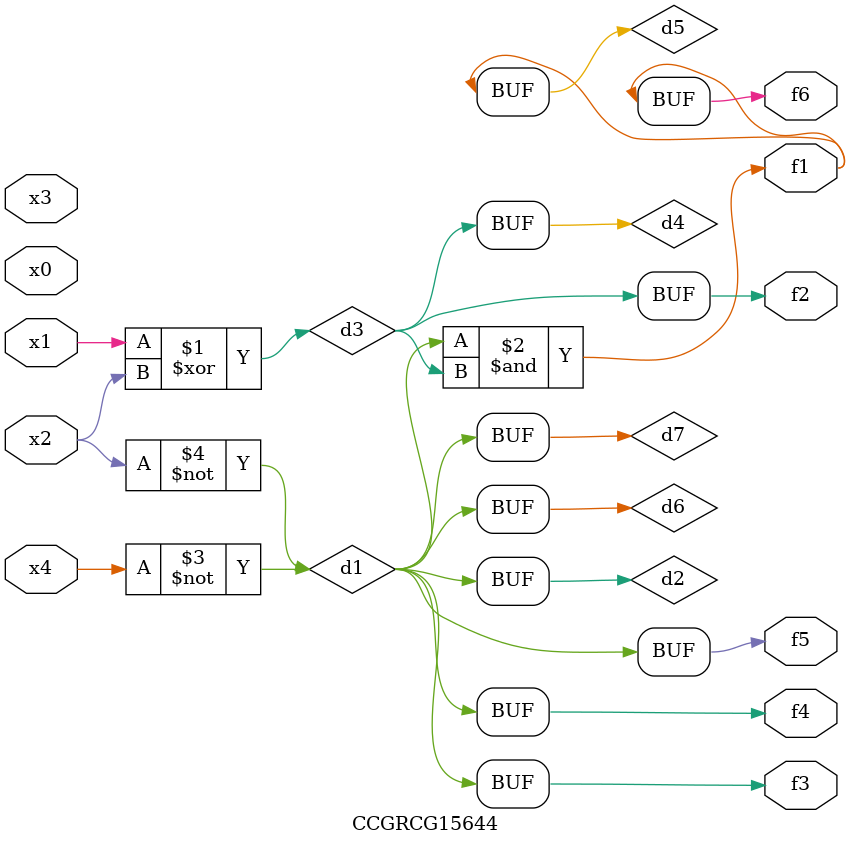
<source format=v>
module CCGRCG15644(
	input x0, x1, x2, x3, x4,
	output f1, f2, f3, f4, f5, f6
);

	wire d1, d2, d3, d4, d5, d6, d7;

	not (d1, x4);
	not (d2, x2);
	xor (d3, x1, x2);
	buf (d4, d3);
	and (d5, d1, d3);
	buf (d6, d1, d2);
	buf (d7, d2);
	assign f1 = d5;
	assign f2 = d4;
	assign f3 = d7;
	assign f4 = d7;
	assign f5 = d7;
	assign f6 = d5;
endmodule

</source>
